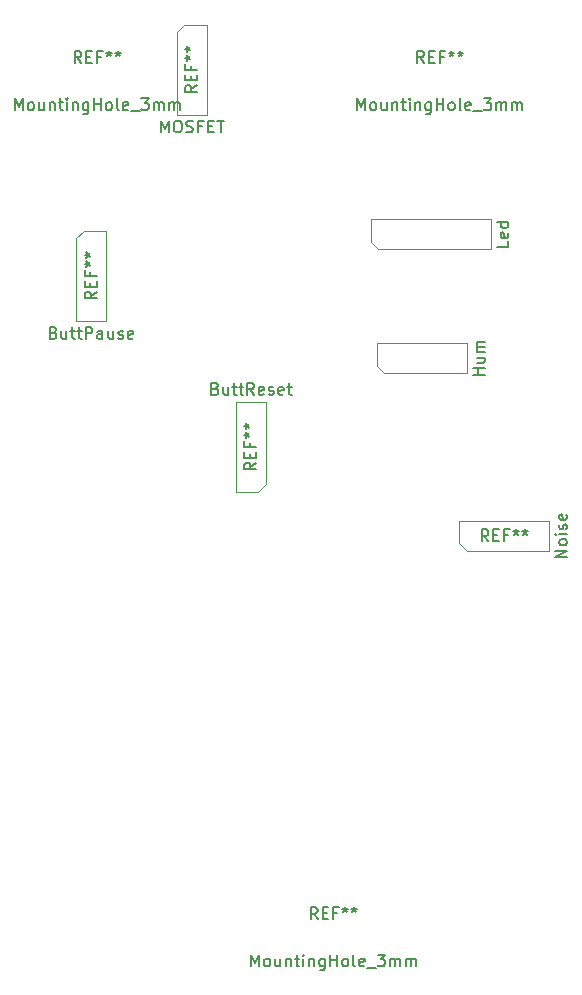
<source format=gbr>
%TF.GenerationSoftware,KiCad,Pcbnew,8.0.3*%
%TF.CreationDate,2025-02-27T15:05:35+03:00*%
%TF.ProjectId,scheme,73636865-6d65-42e6-9b69-6361645f7063,rev?*%
%TF.SameCoordinates,Original*%
%TF.FileFunction,AssemblyDrawing,Top*%
%FSLAX46Y46*%
G04 Gerber Fmt 4.6, Leading zero omitted, Abs format (unit mm)*
G04 Created by KiCad (PCBNEW 8.0.3) date 2025-02-27 15:05:35*
%MOMM*%
%LPD*%
G01*
G04 APERTURE LIST*
%ADD10C,0.150000*%
%ADD11C,0.100000*%
G04 APERTURE END LIST*
D10*
X76523809Y-32954819D02*
X76523809Y-31954819D01*
X76523809Y-31954819D02*
X76857142Y-32669104D01*
X76857142Y-32669104D02*
X77190475Y-31954819D01*
X77190475Y-31954819D02*
X77190475Y-32954819D01*
X77809523Y-32954819D02*
X77714285Y-32907200D01*
X77714285Y-32907200D02*
X77666666Y-32859580D01*
X77666666Y-32859580D02*
X77619047Y-32764342D01*
X77619047Y-32764342D02*
X77619047Y-32478628D01*
X77619047Y-32478628D02*
X77666666Y-32383390D01*
X77666666Y-32383390D02*
X77714285Y-32335771D01*
X77714285Y-32335771D02*
X77809523Y-32288152D01*
X77809523Y-32288152D02*
X77952380Y-32288152D01*
X77952380Y-32288152D02*
X78047618Y-32335771D01*
X78047618Y-32335771D02*
X78095237Y-32383390D01*
X78095237Y-32383390D02*
X78142856Y-32478628D01*
X78142856Y-32478628D02*
X78142856Y-32764342D01*
X78142856Y-32764342D02*
X78095237Y-32859580D01*
X78095237Y-32859580D02*
X78047618Y-32907200D01*
X78047618Y-32907200D02*
X77952380Y-32954819D01*
X77952380Y-32954819D02*
X77809523Y-32954819D01*
X78999999Y-32288152D02*
X78999999Y-32954819D01*
X78571428Y-32288152D02*
X78571428Y-32811961D01*
X78571428Y-32811961D02*
X78619047Y-32907200D01*
X78619047Y-32907200D02*
X78714285Y-32954819D01*
X78714285Y-32954819D02*
X78857142Y-32954819D01*
X78857142Y-32954819D02*
X78952380Y-32907200D01*
X78952380Y-32907200D02*
X78999999Y-32859580D01*
X79476190Y-32288152D02*
X79476190Y-32954819D01*
X79476190Y-32383390D02*
X79523809Y-32335771D01*
X79523809Y-32335771D02*
X79619047Y-32288152D01*
X79619047Y-32288152D02*
X79761904Y-32288152D01*
X79761904Y-32288152D02*
X79857142Y-32335771D01*
X79857142Y-32335771D02*
X79904761Y-32431009D01*
X79904761Y-32431009D02*
X79904761Y-32954819D01*
X80238095Y-32288152D02*
X80619047Y-32288152D01*
X80380952Y-31954819D02*
X80380952Y-32811961D01*
X80380952Y-32811961D02*
X80428571Y-32907200D01*
X80428571Y-32907200D02*
X80523809Y-32954819D01*
X80523809Y-32954819D02*
X80619047Y-32954819D01*
X80952381Y-32954819D02*
X80952381Y-32288152D01*
X80952381Y-31954819D02*
X80904762Y-32002438D01*
X80904762Y-32002438D02*
X80952381Y-32050057D01*
X80952381Y-32050057D02*
X81000000Y-32002438D01*
X81000000Y-32002438D02*
X80952381Y-31954819D01*
X80952381Y-31954819D02*
X80952381Y-32050057D01*
X81428571Y-32288152D02*
X81428571Y-32954819D01*
X81428571Y-32383390D02*
X81476190Y-32335771D01*
X81476190Y-32335771D02*
X81571428Y-32288152D01*
X81571428Y-32288152D02*
X81714285Y-32288152D01*
X81714285Y-32288152D02*
X81809523Y-32335771D01*
X81809523Y-32335771D02*
X81857142Y-32431009D01*
X81857142Y-32431009D02*
X81857142Y-32954819D01*
X82761904Y-32288152D02*
X82761904Y-33097676D01*
X82761904Y-33097676D02*
X82714285Y-33192914D01*
X82714285Y-33192914D02*
X82666666Y-33240533D01*
X82666666Y-33240533D02*
X82571428Y-33288152D01*
X82571428Y-33288152D02*
X82428571Y-33288152D01*
X82428571Y-33288152D02*
X82333333Y-33240533D01*
X82761904Y-32907200D02*
X82666666Y-32954819D01*
X82666666Y-32954819D02*
X82476190Y-32954819D01*
X82476190Y-32954819D02*
X82380952Y-32907200D01*
X82380952Y-32907200D02*
X82333333Y-32859580D01*
X82333333Y-32859580D02*
X82285714Y-32764342D01*
X82285714Y-32764342D02*
X82285714Y-32478628D01*
X82285714Y-32478628D02*
X82333333Y-32383390D01*
X82333333Y-32383390D02*
X82380952Y-32335771D01*
X82380952Y-32335771D02*
X82476190Y-32288152D01*
X82476190Y-32288152D02*
X82666666Y-32288152D01*
X82666666Y-32288152D02*
X82761904Y-32335771D01*
X83238095Y-32954819D02*
X83238095Y-31954819D01*
X83238095Y-32431009D02*
X83809523Y-32431009D01*
X83809523Y-32954819D02*
X83809523Y-31954819D01*
X84428571Y-32954819D02*
X84333333Y-32907200D01*
X84333333Y-32907200D02*
X84285714Y-32859580D01*
X84285714Y-32859580D02*
X84238095Y-32764342D01*
X84238095Y-32764342D02*
X84238095Y-32478628D01*
X84238095Y-32478628D02*
X84285714Y-32383390D01*
X84285714Y-32383390D02*
X84333333Y-32335771D01*
X84333333Y-32335771D02*
X84428571Y-32288152D01*
X84428571Y-32288152D02*
X84571428Y-32288152D01*
X84571428Y-32288152D02*
X84666666Y-32335771D01*
X84666666Y-32335771D02*
X84714285Y-32383390D01*
X84714285Y-32383390D02*
X84761904Y-32478628D01*
X84761904Y-32478628D02*
X84761904Y-32764342D01*
X84761904Y-32764342D02*
X84714285Y-32859580D01*
X84714285Y-32859580D02*
X84666666Y-32907200D01*
X84666666Y-32907200D02*
X84571428Y-32954819D01*
X84571428Y-32954819D02*
X84428571Y-32954819D01*
X85333333Y-32954819D02*
X85238095Y-32907200D01*
X85238095Y-32907200D02*
X85190476Y-32811961D01*
X85190476Y-32811961D02*
X85190476Y-31954819D01*
X86095238Y-32907200D02*
X86000000Y-32954819D01*
X86000000Y-32954819D02*
X85809524Y-32954819D01*
X85809524Y-32954819D02*
X85714286Y-32907200D01*
X85714286Y-32907200D02*
X85666667Y-32811961D01*
X85666667Y-32811961D02*
X85666667Y-32431009D01*
X85666667Y-32431009D02*
X85714286Y-32335771D01*
X85714286Y-32335771D02*
X85809524Y-32288152D01*
X85809524Y-32288152D02*
X86000000Y-32288152D01*
X86000000Y-32288152D02*
X86095238Y-32335771D01*
X86095238Y-32335771D02*
X86142857Y-32431009D01*
X86142857Y-32431009D02*
X86142857Y-32526247D01*
X86142857Y-32526247D02*
X85666667Y-32621485D01*
X86333334Y-33050057D02*
X87095238Y-33050057D01*
X87238096Y-31954819D02*
X87857143Y-31954819D01*
X87857143Y-31954819D02*
X87523810Y-32335771D01*
X87523810Y-32335771D02*
X87666667Y-32335771D01*
X87666667Y-32335771D02*
X87761905Y-32383390D01*
X87761905Y-32383390D02*
X87809524Y-32431009D01*
X87809524Y-32431009D02*
X87857143Y-32526247D01*
X87857143Y-32526247D02*
X87857143Y-32764342D01*
X87857143Y-32764342D02*
X87809524Y-32859580D01*
X87809524Y-32859580D02*
X87761905Y-32907200D01*
X87761905Y-32907200D02*
X87666667Y-32954819D01*
X87666667Y-32954819D02*
X87380953Y-32954819D01*
X87380953Y-32954819D02*
X87285715Y-32907200D01*
X87285715Y-32907200D02*
X87238096Y-32859580D01*
X88285715Y-32954819D02*
X88285715Y-32288152D01*
X88285715Y-32383390D02*
X88333334Y-32335771D01*
X88333334Y-32335771D02*
X88428572Y-32288152D01*
X88428572Y-32288152D02*
X88571429Y-32288152D01*
X88571429Y-32288152D02*
X88666667Y-32335771D01*
X88666667Y-32335771D02*
X88714286Y-32431009D01*
X88714286Y-32431009D02*
X88714286Y-32954819D01*
X88714286Y-32431009D02*
X88761905Y-32335771D01*
X88761905Y-32335771D02*
X88857143Y-32288152D01*
X88857143Y-32288152D02*
X89000000Y-32288152D01*
X89000000Y-32288152D02*
X89095239Y-32335771D01*
X89095239Y-32335771D02*
X89142858Y-32431009D01*
X89142858Y-32431009D02*
X89142858Y-32954819D01*
X89619048Y-32954819D02*
X89619048Y-32288152D01*
X89619048Y-32383390D02*
X89666667Y-32335771D01*
X89666667Y-32335771D02*
X89761905Y-32288152D01*
X89761905Y-32288152D02*
X89904762Y-32288152D01*
X89904762Y-32288152D02*
X90000000Y-32335771D01*
X90000000Y-32335771D02*
X90047619Y-32431009D01*
X90047619Y-32431009D02*
X90047619Y-32954819D01*
X90047619Y-32431009D02*
X90095238Y-32335771D01*
X90095238Y-32335771D02*
X90190476Y-32288152D01*
X90190476Y-32288152D02*
X90333333Y-32288152D01*
X90333333Y-32288152D02*
X90428572Y-32335771D01*
X90428572Y-32335771D02*
X90476191Y-32431009D01*
X90476191Y-32431009D02*
X90476191Y-32954819D01*
X82166666Y-28954819D02*
X81833333Y-28478628D01*
X81595238Y-28954819D02*
X81595238Y-27954819D01*
X81595238Y-27954819D02*
X81976190Y-27954819D01*
X81976190Y-27954819D02*
X82071428Y-28002438D01*
X82071428Y-28002438D02*
X82119047Y-28050057D01*
X82119047Y-28050057D02*
X82166666Y-28145295D01*
X82166666Y-28145295D02*
X82166666Y-28288152D01*
X82166666Y-28288152D02*
X82119047Y-28383390D01*
X82119047Y-28383390D02*
X82071428Y-28431009D01*
X82071428Y-28431009D02*
X81976190Y-28478628D01*
X81976190Y-28478628D02*
X81595238Y-28478628D01*
X82595238Y-28431009D02*
X82928571Y-28431009D01*
X83071428Y-28954819D02*
X82595238Y-28954819D01*
X82595238Y-28954819D02*
X82595238Y-27954819D01*
X82595238Y-27954819D02*
X83071428Y-27954819D01*
X83833333Y-28431009D02*
X83500000Y-28431009D01*
X83500000Y-28954819D02*
X83500000Y-27954819D01*
X83500000Y-27954819D02*
X83976190Y-27954819D01*
X84500000Y-27954819D02*
X84500000Y-28192914D01*
X84261905Y-28097676D02*
X84500000Y-28192914D01*
X84500000Y-28192914D02*
X84738095Y-28097676D01*
X84357143Y-28383390D02*
X84500000Y-28192914D01*
X84500000Y-28192914D02*
X84642857Y-28383390D01*
X85261905Y-27954819D02*
X85261905Y-28192914D01*
X85023810Y-28097676D02*
X85261905Y-28192914D01*
X85261905Y-28192914D02*
X85500000Y-28097676D01*
X85119048Y-28383390D02*
X85261905Y-28192914D01*
X85261905Y-28192914D02*
X85404762Y-28383390D01*
X47523809Y-32954819D02*
X47523809Y-31954819D01*
X47523809Y-31954819D02*
X47857142Y-32669104D01*
X47857142Y-32669104D02*
X48190475Y-31954819D01*
X48190475Y-31954819D02*
X48190475Y-32954819D01*
X48809523Y-32954819D02*
X48714285Y-32907200D01*
X48714285Y-32907200D02*
X48666666Y-32859580D01*
X48666666Y-32859580D02*
X48619047Y-32764342D01*
X48619047Y-32764342D02*
X48619047Y-32478628D01*
X48619047Y-32478628D02*
X48666666Y-32383390D01*
X48666666Y-32383390D02*
X48714285Y-32335771D01*
X48714285Y-32335771D02*
X48809523Y-32288152D01*
X48809523Y-32288152D02*
X48952380Y-32288152D01*
X48952380Y-32288152D02*
X49047618Y-32335771D01*
X49047618Y-32335771D02*
X49095237Y-32383390D01*
X49095237Y-32383390D02*
X49142856Y-32478628D01*
X49142856Y-32478628D02*
X49142856Y-32764342D01*
X49142856Y-32764342D02*
X49095237Y-32859580D01*
X49095237Y-32859580D02*
X49047618Y-32907200D01*
X49047618Y-32907200D02*
X48952380Y-32954819D01*
X48952380Y-32954819D02*
X48809523Y-32954819D01*
X49999999Y-32288152D02*
X49999999Y-32954819D01*
X49571428Y-32288152D02*
X49571428Y-32811961D01*
X49571428Y-32811961D02*
X49619047Y-32907200D01*
X49619047Y-32907200D02*
X49714285Y-32954819D01*
X49714285Y-32954819D02*
X49857142Y-32954819D01*
X49857142Y-32954819D02*
X49952380Y-32907200D01*
X49952380Y-32907200D02*
X49999999Y-32859580D01*
X50476190Y-32288152D02*
X50476190Y-32954819D01*
X50476190Y-32383390D02*
X50523809Y-32335771D01*
X50523809Y-32335771D02*
X50619047Y-32288152D01*
X50619047Y-32288152D02*
X50761904Y-32288152D01*
X50761904Y-32288152D02*
X50857142Y-32335771D01*
X50857142Y-32335771D02*
X50904761Y-32431009D01*
X50904761Y-32431009D02*
X50904761Y-32954819D01*
X51238095Y-32288152D02*
X51619047Y-32288152D01*
X51380952Y-31954819D02*
X51380952Y-32811961D01*
X51380952Y-32811961D02*
X51428571Y-32907200D01*
X51428571Y-32907200D02*
X51523809Y-32954819D01*
X51523809Y-32954819D02*
X51619047Y-32954819D01*
X51952381Y-32954819D02*
X51952381Y-32288152D01*
X51952381Y-31954819D02*
X51904762Y-32002438D01*
X51904762Y-32002438D02*
X51952381Y-32050057D01*
X51952381Y-32050057D02*
X52000000Y-32002438D01*
X52000000Y-32002438D02*
X51952381Y-31954819D01*
X51952381Y-31954819D02*
X51952381Y-32050057D01*
X52428571Y-32288152D02*
X52428571Y-32954819D01*
X52428571Y-32383390D02*
X52476190Y-32335771D01*
X52476190Y-32335771D02*
X52571428Y-32288152D01*
X52571428Y-32288152D02*
X52714285Y-32288152D01*
X52714285Y-32288152D02*
X52809523Y-32335771D01*
X52809523Y-32335771D02*
X52857142Y-32431009D01*
X52857142Y-32431009D02*
X52857142Y-32954819D01*
X53761904Y-32288152D02*
X53761904Y-33097676D01*
X53761904Y-33097676D02*
X53714285Y-33192914D01*
X53714285Y-33192914D02*
X53666666Y-33240533D01*
X53666666Y-33240533D02*
X53571428Y-33288152D01*
X53571428Y-33288152D02*
X53428571Y-33288152D01*
X53428571Y-33288152D02*
X53333333Y-33240533D01*
X53761904Y-32907200D02*
X53666666Y-32954819D01*
X53666666Y-32954819D02*
X53476190Y-32954819D01*
X53476190Y-32954819D02*
X53380952Y-32907200D01*
X53380952Y-32907200D02*
X53333333Y-32859580D01*
X53333333Y-32859580D02*
X53285714Y-32764342D01*
X53285714Y-32764342D02*
X53285714Y-32478628D01*
X53285714Y-32478628D02*
X53333333Y-32383390D01*
X53333333Y-32383390D02*
X53380952Y-32335771D01*
X53380952Y-32335771D02*
X53476190Y-32288152D01*
X53476190Y-32288152D02*
X53666666Y-32288152D01*
X53666666Y-32288152D02*
X53761904Y-32335771D01*
X54238095Y-32954819D02*
X54238095Y-31954819D01*
X54238095Y-32431009D02*
X54809523Y-32431009D01*
X54809523Y-32954819D02*
X54809523Y-31954819D01*
X55428571Y-32954819D02*
X55333333Y-32907200D01*
X55333333Y-32907200D02*
X55285714Y-32859580D01*
X55285714Y-32859580D02*
X55238095Y-32764342D01*
X55238095Y-32764342D02*
X55238095Y-32478628D01*
X55238095Y-32478628D02*
X55285714Y-32383390D01*
X55285714Y-32383390D02*
X55333333Y-32335771D01*
X55333333Y-32335771D02*
X55428571Y-32288152D01*
X55428571Y-32288152D02*
X55571428Y-32288152D01*
X55571428Y-32288152D02*
X55666666Y-32335771D01*
X55666666Y-32335771D02*
X55714285Y-32383390D01*
X55714285Y-32383390D02*
X55761904Y-32478628D01*
X55761904Y-32478628D02*
X55761904Y-32764342D01*
X55761904Y-32764342D02*
X55714285Y-32859580D01*
X55714285Y-32859580D02*
X55666666Y-32907200D01*
X55666666Y-32907200D02*
X55571428Y-32954819D01*
X55571428Y-32954819D02*
X55428571Y-32954819D01*
X56333333Y-32954819D02*
X56238095Y-32907200D01*
X56238095Y-32907200D02*
X56190476Y-32811961D01*
X56190476Y-32811961D02*
X56190476Y-31954819D01*
X57095238Y-32907200D02*
X57000000Y-32954819D01*
X57000000Y-32954819D02*
X56809524Y-32954819D01*
X56809524Y-32954819D02*
X56714286Y-32907200D01*
X56714286Y-32907200D02*
X56666667Y-32811961D01*
X56666667Y-32811961D02*
X56666667Y-32431009D01*
X56666667Y-32431009D02*
X56714286Y-32335771D01*
X56714286Y-32335771D02*
X56809524Y-32288152D01*
X56809524Y-32288152D02*
X57000000Y-32288152D01*
X57000000Y-32288152D02*
X57095238Y-32335771D01*
X57095238Y-32335771D02*
X57142857Y-32431009D01*
X57142857Y-32431009D02*
X57142857Y-32526247D01*
X57142857Y-32526247D02*
X56666667Y-32621485D01*
X57333334Y-33050057D02*
X58095238Y-33050057D01*
X58238096Y-31954819D02*
X58857143Y-31954819D01*
X58857143Y-31954819D02*
X58523810Y-32335771D01*
X58523810Y-32335771D02*
X58666667Y-32335771D01*
X58666667Y-32335771D02*
X58761905Y-32383390D01*
X58761905Y-32383390D02*
X58809524Y-32431009D01*
X58809524Y-32431009D02*
X58857143Y-32526247D01*
X58857143Y-32526247D02*
X58857143Y-32764342D01*
X58857143Y-32764342D02*
X58809524Y-32859580D01*
X58809524Y-32859580D02*
X58761905Y-32907200D01*
X58761905Y-32907200D02*
X58666667Y-32954819D01*
X58666667Y-32954819D02*
X58380953Y-32954819D01*
X58380953Y-32954819D02*
X58285715Y-32907200D01*
X58285715Y-32907200D02*
X58238096Y-32859580D01*
X59285715Y-32954819D02*
X59285715Y-32288152D01*
X59285715Y-32383390D02*
X59333334Y-32335771D01*
X59333334Y-32335771D02*
X59428572Y-32288152D01*
X59428572Y-32288152D02*
X59571429Y-32288152D01*
X59571429Y-32288152D02*
X59666667Y-32335771D01*
X59666667Y-32335771D02*
X59714286Y-32431009D01*
X59714286Y-32431009D02*
X59714286Y-32954819D01*
X59714286Y-32431009D02*
X59761905Y-32335771D01*
X59761905Y-32335771D02*
X59857143Y-32288152D01*
X59857143Y-32288152D02*
X60000000Y-32288152D01*
X60000000Y-32288152D02*
X60095239Y-32335771D01*
X60095239Y-32335771D02*
X60142858Y-32431009D01*
X60142858Y-32431009D02*
X60142858Y-32954819D01*
X60619048Y-32954819D02*
X60619048Y-32288152D01*
X60619048Y-32383390D02*
X60666667Y-32335771D01*
X60666667Y-32335771D02*
X60761905Y-32288152D01*
X60761905Y-32288152D02*
X60904762Y-32288152D01*
X60904762Y-32288152D02*
X61000000Y-32335771D01*
X61000000Y-32335771D02*
X61047619Y-32431009D01*
X61047619Y-32431009D02*
X61047619Y-32954819D01*
X61047619Y-32431009D02*
X61095238Y-32335771D01*
X61095238Y-32335771D02*
X61190476Y-32288152D01*
X61190476Y-32288152D02*
X61333333Y-32288152D01*
X61333333Y-32288152D02*
X61428572Y-32335771D01*
X61428572Y-32335771D02*
X61476191Y-32431009D01*
X61476191Y-32431009D02*
X61476191Y-32954819D01*
X53166666Y-28954819D02*
X52833333Y-28478628D01*
X52595238Y-28954819D02*
X52595238Y-27954819D01*
X52595238Y-27954819D02*
X52976190Y-27954819D01*
X52976190Y-27954819D02*
X53071428Y-28002438D01*
X53071428Y-28002438D02*
X53119047Y-28050057D01*
X53119047Y-28050057D02*
X53166666Y-28145295D01*
X53166666Y-28145295D02*
X53166666Y-28288152D01*
X53166666Y-28288152D02*
X53119047Y-28383390D01*
X53119047Y-28383390D02*
X53071428Y-28431009D01*
X53071428Y-28431009D02*
X52976190Y-28478628D01*
X52976190Y-28478628D02*
X52595238Y-28478628D01*
X53595238Y-28431009D02*
X53928571Y-28431009D01*
X54071428Y-28954819D02*
X53595238Y-28954819D01*
X53595238Y-28954819D02*
X53595238Y-27954819D01*
X53595238Y-27954819D02*
X54071428Y-27954819D01*
X54833333Y-28431009D02*
X54500000Y-28431009D01*
X54500000Y-28954819D02*
X54500000Y-27954819D01*
X54500000Y-27954819D02*
X54976190Y-27954819D01*
X55500000Y-27954819D02*
X55500000Y-28192914D01*
X55261905Y-28097676D02*
X55500000Y-28192914D01*
X55500000Y-28192914D02*
X55738095Y-28097676D01*
X55357143Y-28383390D02*
X55500000Y-28192914D01*
X55500000Y-28192914D02*
X55642857Y-28383390D01*
X56261905Y-27954819D02*
X56261905Y-28192914D01*
X56023810Y-28097676D02*
X56261905Y-28192914D01*
X56261905Y-28192914D02*
X56500000Y-28097676D01*
X56119048Y-28383390D02*
X56261905Y-28192914D01*
X56261905Y-28192914D02*
X56404762Y-28383390D01*
X67523809Y-105454819D02*
X67523809Y-104454819D01*
X67523809Y-104454819D02*
X67857142Y-105169104D01*
X67857142Y-105169104D02*
X68190475Y-104454819D01*
X68190475Y-104454819D02*
X68190475Y-105454819D01*
X68809523Y-105454819D02*
X68714285Y-105407200D01*
X68714285Y-105407200D02*
X68666666Y-105359580D01*
X68666666Y-105359580D02*
X68619047Y-105264342D01*
X68619047Y-105264342D02*
X68619047Y-104978628D01*
X68619047Y-104978628D02*
X68666666Y-104883390D01*
X68666666Y-104883390D02*
X68714285Y-104835771D01*
X68714285Y-104835771D02*
X68809523Y-104788152D01*
X68809523Y-104788152D02*
X68952380Y-104788152D01*
X68952380Y-104788152D02*
X69047618Y-104835771D01*
X69047618Y-104835771D02*
X69095237Y-104883390D01*
X69095237Y-104883390D02*
X69142856Y-104978628D01*
X69142856Y-104978628D02*
X69142856Y-105264342D01*
X69142856Y-105264342D02*
X69095237Y-105359580D01*
X69095237Y-105359580D02*
X69047618Y-105407200D01*
X69047618Y-105407200D02*
X68952380Y-105454819D01*
X68952380Y-105454819D02*
X68809523Y-105454819D01*
X69999999Y-104788152D02*
X69999999Y-105454819D01*
X69571428Y-104788152D02*
X69571428Y-105311961D01*
X69571428Y-105311961D02*
X69619047Y-105407200D01*
X69619047Y-105407200D02*
X69714285Y-105454819D01*
X69714285Y-105454819D02*
X69857142Y-105454819D01*
X69857142Y-105454819D02*
X69952380Y-105407200D01*
X69952380Y-105407200D02*
X69999999Y-105359580D01*
X70476190Y-104788152D02*
X70476190Y-105454819D01*
X70476190Y-104883390D02*
X70523809Y-104835771D01*
X70523809Y-104835771D02*
X70619047Y-104788152D01*
X70619047Y-104788152D02*
X70761904Y-104788152D01*
X70761904Y-104788152D02*
X70857142Y-104835771D01*
X70857142Y-104835771D02*
X70904761Y-104931009D01*
X70904761Y-104931009D02*
X70904761Y-105454819D01*
X71238095Y-104788152D02*
X71619047Y-104788152D01*
X71380952Y-104454819D02*
X71380952Y-105311961D01*
X71380952Y-105311961D02*
X71428571Y-105407200D01*
X71428571Y-105407200D02*
X71523809Y-105454819D01*
X71523809Y-105454819D02*
X71619047Y-105454819D01*
X71952381Y-105454819D02*
X71952381Y-104788152D01*
X71952381Y-104454819D02*
X71904762Y-104502438D01*
X71904762Y-104502438D02*
X71952381Y-104550057D01*
X71952381Y-104550057D02*
X72000000Y-104502438D01*
X72000000Y-104502438D02*
X71952381Y-104454819D01*
X71952381Y-104454819D02*
X71952381Y-104550057D01*
X72428571Y-104788152D02*
X72428571Y-105454819D01*
X72428571Y-104883390D02*
X72476190Y-104835771D01*
X72476190Y-104835771D02*
X72571428Y-104788152D01*
X72571428Y-104788152D02*
X72714285Y-104788152D01*
X72714285Y-104788152D02*
X72809523Y-104835771D01*
X72809523Y-104835771D02*
X72857142Y-104931009D01*
X72857142Y-104931009D02*
X72857142Y-105454819D01*
X73761904Y-104788152D02*
X73761904Y-105597676D01*
X73761904Y-105597676D02*
X73714285Y-105692914D01*
X73714285Y-105692914D02*
X73666666Y-105740533D01*
X73666666Y-105740533D02*
X73571428Y-105788152D01*
X73571428Y-105788152D02*
X73428571Y-105788152D01*
X73428571Y-105788152D02*
X73333333Y-105740533D01*
X73761904Y-105407200D02*
X73666666Y-105454819D01*
X73666666Y-105454819D02*
X73476190Y-105454819D01*
X73476190Y-105454819D02*
X73380952Y-105407200D01*
X73380952Y-105407200D02*
X73333333Y-105359580D01*
X73333333Y-105359580D02*
X73285714Y-105264342D01*
X73285714Y-105264342D02*
X73285714Y-104978628D01*
X73285714Y-104978628D02*
X73333333Y-104883390D01*
X73333333Y-104883390D02*
X73380952Y-104835771D01*
X73380952Y-104835771D02*
X73476190Y-104788152D01*
X73476190Y-104788152D02*
X73666666Y-104788152D01*
X73666666Y-104788152D02*
X73761904Y-104835771D01*
X74238095Y-105454819D02*
X74238095Y-104454819D01*
X74238095Y-104931009D02*
X74809523Y-104931009D01*
X74809523Y-105454819D02*
X74809523Y-104454819D01*
X75428571Y-105454819D02*
X75333333Y-105407200D01*
X75333333Y-105407200D02*
X75285714Y-105359580D01*
X75285714Y-105359580D02*
X75238095Y-105264342D01*
X75238095Y-105264342D02*
X75238095Y-104978628D01*
X75238095Y-104978628D02*
X75285714Y-104883390D01*
X75285714Y-104883390D02*
X75333333Y-104835771D01*
X75333333Y-104835771D02*
X75428571Y-104788152D01*
X75428571Y-104788152D02*
X75571428Y-104788152D01*
X75571428Y-104788152D02*
X75666666Y-104835771D01*
X75666666Y-104835771D02*
X75714285Y-104883390D01*
X75714285Y-104883390D02*
X75761904Y-104978628D01*
X75761904Y-104978628D02*
X75761904Y-105264342D01*
X75761904Y-105264342D02*
X75714285Y-105359580D01*
X75714285Y-105359580D02*
X75666666Y-105407200D01*
X75666666Y-105407200D02*
X75571428Y-105454819D01*
X75571428Y-105454819D02*
X75428571Y-105454819D01*
X76333333Y-105454819D02*
X76238095Y-105407200D01*
X76238095Y-105407200D02*
X76190476Y-105311961D01*
X76190476Y-105311961D02*
X76190476Y-104454819D01*
X77095238Y-105407200D02*
X77000000Y-105454819D01*
X77000000Y-105454819D02*
X76809524Y-105454819D01*
X76809524Y-105454819D02*
X76714286Y-105407200D01*
X76714286Y-105407200D02*
X76666667Y-105311961D01*
X76666667Y-105311961D02*
X76666667Y-104931009D01*
X76666667Y-104931009D02*
X76714286Y-104835771D01*
X76714286Y-104835771D02*
X76809524Y-104788152D01*
X76809524Y-104788152D02*
X77000000Y-104788152D01*
X77000000Y-104788152D02*
X77095238Y-104835771D01*
X77095238Y-104835771D02*
X77142857Y-104931009D01*
X77142857Y-104931009D02*
X77142857Y-105026247D01*
X77142857Y-105026247D02*
X76666667Y-105121485D01*
X77333334Y-105550057D02*
X78095238Y-105550057D01*
X78238096Y-104454819D02*
X78857143Y-104454819D01*
X78857143Y-104454819D02*
X78523810Y-104835771D01*
X78523810Y-104835771D02*
X78666667Y-104835771D01*
X78666667Y-104835771D02*
X78761905Y-104883390D01*
X78761905Y-104883390D02*
X78809524Y-104931009D01*
X78809524Y-104931009D02*
X78857143Y-105026247D01*
X78857143Y-105026247D02*
X78857143Y-105264342D01*
X78857143Y-105264342D02*
X78809524Y-105359580D01*
X78809524Y-105359580D02*
X78761905Y-105407200D01*
X78761905Y-105407200D02*
X78666667Y-105454819D01*
X78666667Y-105454819D02*
X78380953Y-105454819D01*
X78380953Y-105454819D02*
X78285715Y-105407200D01*
X78285715Y-105407200D02*
X78238096Y-105359580D01*
X79285715Y-105454819D02*
X79285715Y-104788152D01*
X79285715Y-104883390D02*
X79333334Y-104835771D01*
X79333334Y-104835771D02*
X79428572Y-104788152D01*
X79428572Y-104788152D02*
X79571429Y-104788152D01*
X79571429Y-104788152D02*
X79666667Y-104835771D01*
X79666667Y-104835771D02*
X79714286Y-104931009D01*
X79714286Y-104931009D02*
X79714286Y-105454819D01*
X79714286Y-104931009D02*
X79761905Y-104835771D01*
X79761905Y-104835771D02*
X79857143Y-104788152D01*
X79857143Y-104788152D02*
X80000000Y-104788152D01*
X80000000Y-104788152D02*
X80095239Y-104835771D01*
X80095239Y-104835771D02*
X80142858Y-104931009D01*
X80142858Y-104931009D02*
X80142858Y-105454819D01*
X80619048Y-105454819D02*
X80619048Y-104788152D01*
X80619048Y-104883390D02*
X80666667Y-104835771D01*
X80666667Y-104835771D02*
X80761905Y-104788152D01*
X80761905Y-104788152D02*
X80904762Y-104788152D01*
X80904762Y-104788152D02*
X81000000Y-104835771D01*
X81000000Y-104835771D02*
X81047619Y-104931009D01*
X81047619Y-104931009D02*
X81047619Y-105454819D01*
X81047619Y-104931009D02*
X81095238Y-104835771D01*
X81095238Y-104835771D02*
X81190476Y-104788152D01*
X81190476Y-104788152D02*
X81333333Y-104788152D01*
X81333333Y-104788152D02*
X81428572Y-104835771D01*
X81428572Y-104835771D02*
X81476191Y-104931009D01*
X81476191Y-104931009D02*
X81476191Y-105454819D01*
X73166666Y-101454819D02*
X72833333Y-100978628D01*
X72595238Y-101454819D02*
X72595238Y-100454819D01*
X72595238Y-100454819D02*
X72976190Y-100454819D01*
X72976190Y-100454819D02*
X73071428Y-100502438D01*
X73071428Y-100502438D02*
X73119047Y-100550057D01*
X73119047Y-100550057D02*
X73166666Y-100645295D01*
X73166666Y-100645295D02*
X73166666Y-100788152D01*
X73166666Y-100788152D02*
X73119047Y-100883390D01*
X73119047Y-100883390D02*
X73071428Y-100931009D01*
X73071428Y-100931009D02*
X72976190Y-100978628D01*
X72976190Y-100978628D02*
X72595238Y-100978628D01*
X73595238Y-100931009D02*
X73928571Y-100931009D01*
X74071428Y-101454819D02*
X73595238Y-101454819D01*
X73595238Y-101454819D02*
X73595238Y-100454819D01*
X73595238Y-100454819D02*
X74071428Y-100454819D01*
X74833333Y-100931009D02*
X74500000Y-100931009D01*
X74500000Y-101454819D02*
X74500000Y-100454819D01*
X74500000Y-100454819D02*
X74976190Y-100454819D01*
X75500000Y-100454819D02*
X75500000Y-100692914D01*
X75261905Y-100597676D02*
X75500000Y-100692914D01*
X75500000Y-100692914D02*
X75738095Y-100597676D01*
X75357143Y-100883390D02*
X75500000Y-100692914D01*
X75500000Y-100692914D02*
X75642857Y-100883390D01*
X76261905Y-100454819D02*
X76261905Y-100692914D01*
X76023810Y-100597676D02*
X76261905Y-100692914D01*
X76261905Y-100692914D02*
X76500000Y-100597676D01*
X76119048Y-100883390D02*
X76261905Y-100692914D01*
X76261905Y-100692914D02*
X76404762Y-100883390D01*
X59904762Y-34839819D02*
X59904762Y-33839819D01*
X59904762Y-33839819D02*
X60238095Y-34554104D01*
X60238095Y-34554104D02*
X60571428Y-33839819D01*
X60571428Y-33839819D02*
X60571428Y-34839819D01*
X61238095Y-33839819D02*
X61428571Y-33839819D01*
X61428571Y-33839819D02*
X61523809Y-33887438D01*
X61523809Y-33887438D02*
X61619047Y-33982676D01*
X61619047Y-33982676D02*
X61666666Y-34173152D01*
X61666666Y-34173152D02*
X61666666Y-34506485D01*
X61666666Y-34506485D02*
X61619047Y-34696961D01*
X61619047Y-34696961D02*
X61523809Y-34792200D01*
X61523809Y-34792200D02*
X61428571Y-34839819D01*
X61428571Y-34839819D02*
X61238095Y-34839819D01*
X61238095Y-34839819D02*
X61142857Y-34792200D01*
X61142857Y-34792200D02*
X61047619Y-34696961D01*
X61047619Y-34696961D02*
X61000000Y-34506485D01*
X61000000Y-34506485D02*
X61000000Y-34173152D01*
X61000000Y-34173152D02*
X61047619Y-33982676D01*
X61047619Y-33982676D02*
X61142857Y-33887438D01*
X61142857Y-33887438D02*
X61238095Y-33839819D01*
X62047619Y-34792200D02*
X62190476Y-34839819D01*
X62190476Y-34839819D02*
X62428571Y-34839819D01*
X62428571Y-34839819D02*
X62523809Y-34792200D01*
X62523809Y-34792200D02*
X62571428Y-34744580D01*
X62571428Y-34744580D02*
X62619047Y-34649342D01*
X62619047Y-34649342D02*
X62619047Y-34554104D01*
X62619047Y-34554104D02*
X62571428Y-34458866D01*
X62571428Y-34458866D02*
X62523809Y-34411247D01*
X62523809Y-34411247D02*
X62428571Y-34363628D01*
X62428571Y-34363628D02*
X62238095Y-34316009D01*
X62238095Y-34316009D02*
X62142857Y-34268390D01*
X62142857Y-34268390D02*
X62095238Y-34220771D01*
X62095238Y-34220771D02*
X62047619Y-34125533D01*
X62047619Y-34125533D02*
X62047619Y-34030295D01*
X62047619Y-34030295D02*
X62095238Y-33935057D01*
X62095238Y-33935057D02*
X62142857Y-33887438D01*
X62142857Y-33887438D02*
X62238095Y-33839819D01*
X62238095Y-33839819D02*
X62476190Y-33839819D01*
X62476190Y-33839819D02*
X62619047Y-33887438D01*
X63380952Y-34316009D02*
X63047619Y-34316009D01*
X63047619Y-34839819D02*
X63047619Y-33839819D01*
X63047619Y-33839819D02*
X63523809Y-33839819D01*
X63904762Y-34316009D02*
X64238095Y-34316009D01*
X64380952Y-34839819D02*
X63904762Y-34839819D01*
X63904762Y-34839819D02*
X63904762Y-33839819D01*
X63904762Y-33839819D02*
X64380952Y-33839819D01*
X64666667Y-33839819D02*
X65238095Y-33839819D01*
X64952381Y-34839819D02*
X64952381Y-33839819D01*
X62954819Y-30848333D02*
X62478628Y-31181666D01*
X62954819Y-31419761D02*
X61954819Y-31419761D01*
X61954819Y-31419761D02*
X61954819Y-31038809D01*
X61954819Y-31038809D02*
X62002438Y-30943571D01*
X62002438Y-30943571D02*
X62050057Y-30895952D01*
X62050057Y-30895952D02*
X62145295Y-30848333D01*
X62145295Y-30848333D02*
X62288152Y-30848333D01*
X62288152Y-30848333D02*
X62383390Y-30895952D01*
X62383390Y-30895952D02*
X62431009Y-30943571D01*
X62431009Y-30943571D02*
X62478628Y-31038809D01*
X62478628Y-31038809D02*
X62478628Y-31419761D01*
X62431009Y-30419761D02*
X62431009Y-30086428D01*
X62954819Y-29943571D02*
X62954819Y-30419761D01*
X62954819Y-30419761D02*
X61954819Y-30419761D01*
X61954819Y-30419761D02*
X61954819Y-29943571D01*
X62431009Y-29181666D02*
X62431009Y-29514999D01*
X62954819Y-29514999D02*
X61954819Y-29514999D01*
X61954819Y-29514999D02*
X61954819Y-29038809D01*
X61954819Y-28514999D02*
X62192914Y-28514999D01*
X62097676Y-28753094D02*
X62192914Y-28514999D01*
X62192914Y-28514999D02*
X62097676Y-28276904D01*
X62383390Y-28657856D02*
X62192914Y-28514999D01*
X62192914Y-28514999D02*
X62383390Y-28372142D01*
X61954819Y-27753094D02*
X62192914Y-27753094D01*
X62097676Y-27991189D02*
X62192914Y-27753094D01*
X62192914Y-27753094D02*
X62097676Y-27514999D01*
X62383390Y-27895951D02*
X62192914Y-27753094D01*
X62192914Y-27753094D02*
X62383390Y-27610237D01*
X89324819Y-44046428D02*
X89324819Y-44522618D01*
X89324819Y-44522618D02*
X88324819Y-44522618D01*
X89277200Y-43332142D02*
X89324819Y-43427380D01*
X89324819Y-43427380D02*
X89324819Y-43617856D01*
X89324819Y-43617856D02*
X89277200Y-43713094D01*
X89277200Y-43713094D02*
X89181961Y-43760713D01*
X89181961Y-43760713D02*
X88801009Y-43760713D01*
X88801009Y-43760713D02*
X88705771Y-43713094D01*
X88705771Y-43713094D02*
X88658152Y-43617856D01*
X88658152Y-43617856D02*
X88658152Y-43427380D01*
X88658152Y-43427380D02*
X88705771Y-43332142D01*
X88705771Y-43332142D02*
X88801009Y-43284523D01*
X88801009Y-43284523D02*
X88896247Y-43284523D01*
X88896247Y-43284523D02*
X88991485Y-43760713D01*
X89324819Y-42427380D02*
X88324819Y-42427380D01*
X89277200Y-42427380D02*
X89324819Y-42522618D01*
X89324819Y-42522618D02*
X89324819Y-42713094D01*
X89324819Y-42713094D02*
X89277200Y-42808332D01*
X89277200Y-42808332D02*
X89229580Y-42855951D01*
X89229580Y-42855951D02*
X89134342Y-42903570D01*
X89134342Y-42903570D02*
X88848628Y-42903570D01*
X88848628Y-42903570D02*
X88753390Y-42855951D01*
X88753390Y-42855951D02*
X88705771Y-42808332D01*
X88705771Y-42808332D02*
X88658152Y-42713094D01*
X88658152Y-42713094D02*
X88658152Y-42522618D01*
X88658152Y-42522618D02*
X88705771Y-42427380D01*
X94284819Y-70809523D02*
X93284819Y-70809523D01*
X93284819Y-70809523D02*
X94284819Y-70238095D01*
X94284819Y-70238095D02*
X93284819Y-70238095D01*
X94284819Y-69619047D02*
X94237200Y-69714285D01*
X94237200Y-69714285D02*
X94189580Y-69761904D01*
X94189580Y-69761904D02*
X94094342Y-69809523D01*
X94094342Y-69809523D02*
X93808628Y-69809523D01*
X93808628Y-69809523D02*
X93713390Y-69761904D01*
X93713390Y-69761904D02*
X93665771Y-69714285D01*
X93665771Y-69714285D02*
X93618152Y-69619047D01*
X93618152Y-69619047D02*
X93618152Y-69476190D01*
X93618152Y-69476190D02*
X93665771Y-69380952D01*
X93665771Y-69380952D02*
X93713390Y-69333333D01*
X93713390Y-69333333D02*
X93808628Y-69285714D01*
X93808628Y-69285714D02*
X94094342Y-69285714D01*
X94094342Y-69285714D02*
X94189580Y-69333333D01*
X94189580Y-69333333D02*
X94237200Y-69380952D01*
X94237200Y-69380952D02*
X94284819Y-69476190D01*
X94284819Y-69476190D02*
X94284819Y-69619047D01*
X94284819Y-68857142D02*
X93618152Y-68857142D01*
X93284819Y-68857142D02*
X93332438Y-68904761D01*
X93332438Y-68904761D02*
X93380057Y-68857142D01*
X93380057Y-68857142D02*
X93332438Y-68809523D01*
X93332438Y-68809523D02*
X93284819Y-68857142D01*
X93284819Y-68857142D02*
X93380057Y-68857142D01*
X94237200Y-68428571D02*
X94284819Y-68333333D01*
X94284819Y-68333333D02*
X94284819Y-68142857D01*
X94284819Y-68142857D02*
X94237200Y-68047619D01*
X94237200Y-68047619D02*
X94141961Y-68000000D01*
X94141961Y-68000000D02*
X94094342Y-68000000D01*
X94094342Y-68000000D02*
X93999104Y-68047619D01*
X93999104Y-68047619D02*
X93951485Y-68142857D01*
X93951485Y-68142857D02*
X93951485Y-68285714D01*
X93951485Y-68285714D02*
X93903866Y-68380952D01*
X93903866Y-68380952D02*
X93808628Y-68428571D01*
X93808628Y-68428571D02*
X93761009Y-68428571D01*
X93761009Y-68428571D02*
X93665771Y-68380952D01*
X93665771Y-68380952D02*
X93618152Y-68285714D01*
X93618152Y-68285714D02*
X93618152Y-68142857D01*
X93618152Y-68142857D02*
X93665771Y-68047619D01*
X94237200Y-67190476D02*
X94284819Y-67285714D01*
X94284819Y-67285714D02*
X94284819Y-67476190D01*
X94284819Y-67476190D02*
X94237200Y-67571428D01*
X94237200Y-67571428D02*
X94141961Y-67619047D01*
X94141961Y-67619047D02*
X93761009Y-67619047D01*
X93761009Y-67619047D02*
X93665771Y-67571428D01*
X93665771Y-67571428D02*
X93618152Y-67476190D01*
X93618152Y-67476190D02*
X93618152Y-67285714D01*
X93618152Y-67285714D02*
X93665771Y-67190476D01*
X93665771Y-67190476D02*
X93761009Y-67142857D01*
X93761009Y-67142857D02*
X93856247Y-67142857D01*
X93856247Y-67142857D02*
X93951485Y-67619047D01*
X87626666Y-69454819D02*
X87293333Y-68978628D01*
X87055238Y-69454819D02*
X87055238Y-68454819D01*
X87055238Y-68454819D02*
X87436190Y-68454819D01*
X87436190Y-68454819D02*
X87531428Y-68502438D01*
X87531428Y-68502438D02*
X87579047Y-68550057D01*
X87579047Y-68550057D02*
X87626666Y-68645295D01*
X87626666Y-68645295D02*
X87626666Y-68788152D01*
X87626666Y-68788152D02*
X87579047Y-68883390D01*
X87579047Y-68883390D02*
X87531428Y-68931009D01*
X87531428Y-68931009D02*
X87436190Y-68978628D01*
X87436190Y-68978628D02*
X87055238Y-68978628D01*
X88055238Y-68931009D02*
X88388571Y-68931009D01*
X88531428Y-69454819D02*
X88055238Y-69454819D01*
X88055238Y-69454819D02*
X88055238Y-68454819D01*
X88055238Y-68454819D02*
X88531428Y-68454819D01*
X89293333Y-68931009D02*
X88960000Y-68931009D01*
X88960000Y-69454819D02*
X88960000Y-68454819D01*
X88960000Y-68454819D02*
X89436190Y-68454819D01*
X89960000Y-68454819D02*
X89960000Y-68692914D01*
X89721905Y-68597676D02*
X89960000Y-68692914D01*
X89960000Y-68692914D02*
X90198095Y-68597676D01*
X89817143Y-68883390D02*
X89960000Y-68692914D01*
X89960000Y-68692914D02*
X90102857Y-68883390D01*
X90721905Y-68454819D02*
X90721905Y-68692914D01*
X90483810Y-68597676D02*
X90721905Y-68692914D01*
X90721905Y-68692914D02*
X90960000Y-68597676D01*
X90579048Y-68883390D02*
X90721905Y-68692914D01*
X90721905Y-68692914D02*
X90864762Y-68883390D01*
X50809523Y-51791009D02*
X50952380Y-51838628D01*
X50952380Y-51838628D02*
X50999999Y-51886247D01*
X50999999Y-51886247D02*
X51047618Y-51981485D01*
X51047618Y-51981485D02*
X51047618Y-52124342D01*
X51047618Y-52124342D02*
X50999999Y-52219580D01*
X50999999Y-52219580D02*
X50952380Y-52267200D01*
X50952380Y-52267200D02*
X50857142Y-52314819D01*
X50857142Y-52314819D02*
X50476190Y-52314819D01*
X50476190Y-52314819D02*
X50476190Y-51314819D01*
X50476190Y-51314819D02*
X50809523Y-51314819D01*
X50809523Y-51314819D02*
X50904761Y-51362438D01*
X50904761Y-51362438D02*
X50952380Y-51410057D01*
X50952380Y-51410057D02*
X50999999Y-51505295D01*
X50999999Y-51505295D02*
X50999999Y-51600533D01*
X50999999Y-51600533D02*
X50952380Y-51695771D01*
X50952380Y-51695771D02*
X50904761Y-51743390D01*
X50904761Y-51743390D02*
X50809523Y-51791009D01*
X50809523Y-51791009D02*
X50476190Y-51791009D01*
X51904761Y-51648152D02*
X51904761Y-52314819D01*
X51476190Y-51648152D02*
X51476190Y-52171961D01*
X51476190Y-52171961D02*
X51523809Y-52267200D01*
X51523809Y-52267200D02*
X51619047Y-52314819D01*
X51619047Y-52314819D02*
X51761904Y-52314819D01*
X51761904Y-52314819D02*
X51857142Y-52267200D01*
X51857142Y-52267200D02*
X51904761Y-52219580D01*
X52238095Y-51648152D02*
X52619047Y-51648152D01*
X52380952Y-51314819D02*
X52380952Y-52171961D01*
X52380952Y-52171961D02*
X52428571Y-52267200D01*
X52428571Y-52267200D02*
X52523809Y-52314819D01*
X52523809Y-52314819D02*
X52619047Y-52314819D01*
X52809524Y-51648152D02*
X53190476Y-51648152D01*
X52952381Y-51314819D02*
X52952381Y-52171961D01*
X52952381Y-52171961D02*
X53000000Y-52267200D01*
X53000000Y-52267200D02*
X53095238Y-52314819D01*
X53095238Y-52314819D02*
X53190476Y-52314819D01*
X53523810Y-52314819D02*
X53523810Y-51314819D01*
X53523810Y-51314819D02*
X53904762Y-51314819D01*
X53904762Y-51314819D02*
X54000000Y-51362438D01*
X54000000Y-51362438D02*
X54047619Y-51410057D01*
X54047619Y-51410057D02*
X54095238Y-51505295D01*
X54095238Y-51505295D02*
X54095238Y-51648152D01*
X54095238Y-51648152D02*
X54047619Y-51743390D01*
X54047619Y-51743390D02*
X54000000Y-51791009D01*
X54000000Y-51791009D02*
X53904762Y-51838628D01*
X53904762Y-51838628D02*
X53523810Y-51838628D01*
X54952381Y-52314819D02*
X54952381Y-51791009D01*
X54952381Y-51791009D02*
X54904762Y-51695771D01*
X54904762Y-51695771D02*
X54809524Y-51648152D01*
X54809524Y-51648152D02*
X54619048Y-51648152D01*
X54619048Y-51648152D02*
X54523810Y-51695771D01*
X54952381Y-52267200D02*
X54857143Y-52314819D01*
X54857143Y-52314819D02*
X54619048Y-52314819D01*
X54619048Y-52314819D02*
X54523810Y-52267200D01*
X54523810Y-52267200D02*
X54476191Y-52171961D01*
X54476191Y-52171961D02*
X54476191Y-52076723D01*
X54476191Y-52076723D02*
X54523810Y-51981485D01*
X54523810Y-51981485D02*
X54619048Y-51933866D01*
X54619048Y-51933866D02*
X54857143Y-51933866D01*
X54857143Y-51933866D02*
X54952381Y-51886247D01*
X55857143Y-51648152D02*
X55857143Y-52314819D01*
X55428572Y-51648152D02*
X55428572Y-52171961D01*
X55428572Y-52171961D02*
X55476191Y-52267200D01*
X55476191Y-52267200D02*
X55571429Y-52314819D01*
X55571429Y-52314819D02*
X55714286Y-52314819D01*
X55714286Y-52314819D02*
X55809524Y-52267200D01*
X55809524Y-52267200D02*
X55857143Y-52219580D01*
X56285715Y-52267200D02*
X56380953Y-52314819D01*
X56380953Y-52314819D02*
X56571429Y-52314819D01*
X56571429Y-52314819D02*
X56666667Y-52267200D01*
X56666667Y-52267200D02*
X56714286Y-52171961D01*
X56714286Y-52171961D02*
X56714286Y-52124342D01*
X56714286Y-52124342D02*
X56666667Y-52029104D01*
X56666667Y-52029104D02*
X56571429Y-51981485D01*
X56571429Y-51981485D02*
X56428572Y-51981485D01*
X56428572Y-51981485D02*
X56333334Y-51933866D01*
X56333334Y-51933866D02*
X56285715Y-51838628D01*
X56285715Y-51838628D02*
X56285715Y-51791009D01*
X56285715Y-51791009D02*
X56333334Y-51695771D01*
X56333334Y-51695771D02*
X56428572Y-51648152D01*
X56428572Y-51648152D02*
X56571429Y-51648152D01*
X56571429Y-51648152D02*
X56666667Y-51695771D01*
X57523810Y-52267200D02*
X57428572Y-52314819D01*
X57428572Y-52314819D02*
X57238096Y-52314819D01*
X57238096Y-52314819D02*
X57142858Y-52267200D01*
X57142858Y-52267200D02*
X57095239Y-52171961D01*
X57095239Y-52171961D02*
X57095239Y-51791009D01*
X57095239Y-51791009D02*
X57142858Y-51695771D01*
X57142858Y-51695771D02*
X57238096Y-51648152D01*
X57238096Y-51648152D02*
X57428572Y-51648152D01*
X57428572Y-51648152D02*
X57523810Y-51695771D01*
X57523810Y-51695771D02*
X57571429Y-51791009D01*
X57571429Y-51791009D02*
X57571429Y-51886247D01*
X57571429Y-51886247D02*
X57095239Y-51981485D01*
X54454819Y-48323333D02*
X53978628Y-48656666D01*
X54454819Y-48894761D02*
X53454819Y-48894761D01*
X53454819Y-48894761D02*
X53454819Y-48513809D01*
X53454819Y-48513809D02*
X53502438Y-48418571D01*
X53502438Y-48418571D02*
X53550057Y-48370952D01*
X53550057Y-48370952D02*
X53645295Y-48323333D01*
X53645295Y-48323333D02*
X53788152Y-48323333D01*
X53788152Y-48323333D02*
X53883390Y-48370952D01*
X53883390Y-48370952D02*
X53931009Y-48418571D01*
X53931009Y-48418571D02*
X53978628Y-48513809D01*
X53978628Y-48513809D02*
X53978628Y-48894761D01*
X53931009Y-47894761D02*
X53931009Y-47561428D01*
X54454819Y-47418571D02*
X54454819Y-47894761D01*
X54454819Y-47894761D02*
X53454819Y-47894761D01*
X53454819Y-47894761D02*
X53454819Y-47418571D01*
X53931009Y-46656666D02*
X53931009Y-46989999D01*
X54454819Y-46989999D02*
X53454819Y-46989999D01*
X53454819Y-46989999D02*
X53454819Y-46513809D01*
X53454819Y-45989999D02*
X53692914Y-45989999D01*
X53597676Y-46228094D02*
X53692914Y-45989999D01*
X53692914Y-45989999D02*
X53597676Y-45751904D01*
X53883390Y-46132856D02*
X53692914Y-45989999D01*
X53692914Y-45989999D02*
X53883390Y-45847142D01*
X53454819Y-45228094D02*
X53692914Y-45228094D01*
X53597676Y-45466189D02*
X53692914Y-45228094D01*
X53692914Y-45228094D02*
X53597676Y-44989999D01*
X53883390Y-45370951D02*
X53692914Y-45228094D01*
X53692914Y-45228094D02*
X53883390Y-45085237D01*
X87299819Y-55379761D02*
X86299819Y-55379761D01*
X86776009Y-55379761D02*
X86776009Y-54808333D01*
X87299819Y-54808333D02*
X86299819Y-54808333D01*
X86633152Y-53903571D02*
X87299819Y-53903571D01*
X86633152Y-54332142D02*
X87156961Y-54332142D01*
X87156961Y-54332142D02*
X87252200Y-54284523D01*
X87252200Y-54284523D02*
X87299819Y-54189285D01*
X87299819Y-54189285D02*
X87299819Y-54046428D01*
X87299819Y-54046428D02*
X87252200Y-53951190D01*
X87252200Y-53951190D02*
X87204580Y-53903571D01*
X87299819Y-53427380D02*
X86633152Y-53427380D01*
X86728390Y-53427380D02*
X86680771Y-53379761D01*
X86680771Y-53379761D02*
X86633152Y-53284523D01*
X86633152Y-53284523D02*
X86633152Y-53141666D01*
X86633152Y-53141666D02*
X86680771Y-53046428D01*
X86680771Y-53046428D02*
X86776009Y-52998809D01*
X86776009Y-52998809D02*
X87299819Y-52998809D01*
X86776009Y-52998809D02*
X86680771Y-52951190D01*
X86680771Y-52951190D02*
X86633152Y-52855952D01*
X86633152Y-52855952D02*
X86633152Y-52713095D01*
X86633152Y-52713095D02*
X86680771Y-52617856D01*
X86680771Y-52617856D02*
X86776009Y-52570237D01*
X86776009Y-52570237D02*
X87299819Y-52570237D01*
X64499999Y-56521009D02*
X64642856Y-56568628D01*
X64642856Y-56568628D02*
X64690475Y-56616247D01*
X64690475Y-56616247D02*
X64738094Y-56711485D01*
X64738094Y-56711485D02*
X64738094Y-56854342D01*
X64738094Y-56854342D02*
X64690475Y-56949580D01*
X64690475Y-56949580D02*
X64642856Y-56997200D01*
X64642856Y-56997200D02*
X64547618Y-57044819D01*
X64547618Y-57044819D02*
X64166666Y-57044819D01*
X64166666Y-57044819D02*
X64166666Y-56044819D01*
X64166666Y-56044819D02*
X64499999Y-56044819D01*
X64499999Y-56044819D02*
X64595237Y-56092438D01*
X64595237Y-56092438D02*
X64642856Y-56140057D01*
X64642856Y-56140057D02*
X64690475Y-56235295D01*
X64690475Y-56235295D02*
X64690475Y-56330533D01*
X64690475Y-56330533D02*
X64642856Y-56425771D01*
X64642856Y-56425771D02*
X64595237Y-56473390D01*
X64595237Y-56473390D02*
X64499999Y-56521009D01*
X64499999Y-56521009D02*
X64166666Y-56521009D01*
X65595237Y-56378152D02*
X65595237Y-57044819D01*
X65166666Y-56378152D02*
X65166666Y-56901961D01*
X65166666Y-56901961D02*
X65214285Y-56997200D01*
X65214285Y-56997200D02*
X65309523Y-57044819D01*
X65309523Y-57044819D02*
X65452380Y-57044819D01*
X65452380Y-57044819D02*
X65547618Y-56997200D01*
X65547618Y-56997200D02*
X65595237Y-56949580D01*
X65928571Y-56378152D02*
X66309523Y-56378152D01*
X66071428Y-56044819D02*
X66071428Y-56901961D01*
X66071428Y-56901961D02*
X66119047Y-56997200D01*
X66119047Y-56997200D02*
X66214285Y-57044819D01*
X66214285Y-57044819D02*
X66309523Y-57044819D01*
X66500000Y-56378152D02*
X66880952Y-56378152D01*
X66642857Y-56044819D02*
X66642857Y-56901961D01*
X66642857Y-56901961D02*
X66690476Y-56997200D01*
X66690476Y-56997200D02*
X66785714Y-57044819D01*
X66785714Y-57044819D02*
X66880952Y-57044819D01*
X67785714Y-57044819D02*
X67452381Y-56568628D01*
X67214286Y-57044819D02*
X67214286Y-56044819D01*
X67214286Y-56044819D02*
X67595238Y-56044819D01*
X67595238Y-56044819D02*
X67690476Y-56092438D01*
X67690476Y-56092438D02*
X67738095Y-56140057D01*
X67738095Y-56140057D02*
X67785714Y-56235295D01*
X67785714Y-56235295D02*
X67785714Y-56378152D01*
X67785714Y-56378152D02*
X67738095Y-56473390D01*
X67738095Y-56473390D02*
X67690476Y-56521009D01*
X67690476Y-56521009D02*
X67595238Y-56568628D01*
X67595238Y-56568628D02*
X67214286Y-56568628D01*
X68595238Y-56997200D02*
X68500000Y-57044819D01*
X68500000Y-57044819D02*
X68309524Y-57044819D01*
X68309524Y-57044819D02*
X68214286Y-56997200D01*
X68214286Y-56997200D02*
X68166667Y-56901961D01*
X68166667Y-56901961D02*
X68166667Y-56521009D01*
X68166667Y-56521009D02*
X68214286Y-56425771D01*
X68214286Y-56425771D02*
X68309524Y-56378152D01*
X68309524Y-56378152D02*
X68500000Y-56378152D01*
X68500000Y-56378152D02*
X68595238Y-56425771D01*
X68595238Y-56425771D02*
X68642857Y-56521009D01*
X68642857Y-56521009D02*
X68642857Y-56616247D01*
X68642857Y-56616247D02*
X68166667Y-56711485D01*
X69023810Y-56997200D02*
X69119048Y-57044819D01*
X69119048Y-57044819D02*
X69309524Y-57044819D01*
X69309524Y-57044819D02*
X69404762Y-56997200D01*
X69404762Y-56997200D02*
X69452381Y-56901961D01*
X69452381Y-56901961D02*
X69452381Y-56854342D01*
X69452381Y-56854342D02*
X69404762Y-56759104D01*
X69404762Y-56759104D02*
X69309524Y-56711485D01*
X69309524Y-56711485D02*
X69166667Y-56711485D01*
X69166667Y-56711485D02*
X69071429Y-56663866D01*
X69071429Y-56663866D02*
X69023810Y-56568628D01*
X69023810Y-56568628D02*
X69023810Y-56521009D01*
X69023810Y-56521009D02*
X69071429Y-56425771D01*
X69071429Y-56425771D02*
X69166667Y-56378152D01*
X69166667Y-56378152D02*
X69309524Y-56378152D01*
X69309524Y-56378152D02*
X69404762Y-56425771D01*
X70261905Y-56997200D02*
X70166667Y-57044819D01*
X70166667Y-57044819D02*
X69976191Y-57044819D01*
X69976191Y-57044819D02*
X69880953Y-56997200D01*
X69880953Y-56997200D02*
X69833334Y-56901961D01*
X69833334Y-56901961D02*
X69833334Y-56521009D01*
X69833334Y-56521009D02*
X69880953Y-56425771D01*
X69880953Y-56425771D02*
X69976191Y-56378152D01*
X69976191Y-56378152D02*
X70166667Y-56378152D01*
X70166667Y-56378152D02*
X70261905Y-56425771D01*
X70261905Y-56425771D02*
X70309524Y-56521009D01*
X70309524Y-56521009D02*
X70309524Y-56616247D01*
X70309524Y-56616247D02*
X69833334Y-56711485D01*
X70595239Y-56378152D02*
X70976191Y-56378152D01*
X70738096Y-56044819D02*
X70738096Y-56901961D01*
X70738096Y-56901961D02*
X70785715Y-56997200D01*
X70785715Y-56997200D02*
X70880953Y-57044819D01*
X70880953Y-57044819D02*
X70976191Y-57044819D01*
X67954819Y-62793333D02*
X67478628Y-63126666D01*
X67954819Y-63364761D02*
X66954819Y-63364761D01*
X66954819Y-63364761D02*
X66954819Y-62983809D01*
X66954819Y-62983809D02*
X67002438Y-62888571D01*
X67002438Y-62888571D02*
X67050057Y-62840952D01*
X67050057Y-62840952D02*
X67145295Y-62793333D01*
X67145295Y-62793333D02*
X67288152Y-62793333D01*
X67288152Y-62793333D02*
X67383390Y-62840952D01*
X67383390Y-62840952D02*
X67431009Y-62888571D01*
X67431009Y-62888571D02*
X67478628Y-62983809D01*
X67478628Y-62983809D02*
X67478628Y-63364761D01*
X67431009Y-62364761D02*
X67431009Y-62031428D01*
X67954819Y-61888571D02*
X67954819Y-62364761D01*
X67954819Y-62364761D02*
X66954819Y-62364761D01*
X66954819Y-62364761D02*
X66954819Y-61888571D01*
X67431009Y-61126666D02*
X67431009Y-61459999D01*
X67954819Y-61459999D02*
X66954819Y-61459999D01*
X66954819Y-61459999D02*
X66954819Y-60983809D01*
X66954819Y-60459999D02*
X67192914Y-60459999D01*
X67097676Y-60698094D02*
X67192914Y-60459999D01*
X67192914Y-60459999D02*
X67097676Y-60221904D01*
X67383390Y-60602856D02*
X67192914Y-60459999D01*
X67192914Y-60459999D02*
X67383390Y-60317142D01*
X66954819Y-59698094D02*
X67192914Y-59698094D01*
X67097676Y-59936189D02*
X67192914Y-59698094D01*
X67192914Y-59698094D02*
X67097676Y-59459999D01*
X67383390Y-59840951D02*
X67192914Y-59698094D01*
X67192914Y-59698094D02*
X67383390Y-59555237D01*
D11*
%TO.C,REF\u002A\u002A*%
X61230000Y-26340000D02*
X61865000Y-25705000D01*
X61230000Y-33325000D02*
X61230000Y-26340000D01*
X61865000Y-25705000D02*
X63770000Y-25705000D01*
X63770000Y-25705000D02*
X63770000Y-33325000D01*
X63770000Y-33325000D02*
X61230000Y-33325000D01*
X77650000Y-42205000D02*
X87810000Y-42205000D01*
X77650000Y-44110000D02*
X77650000Y-42205000D01*
X78285000Y-44745000D02*
X77650000Y-44110000D01*
X87810000Y-42205000D02*
X87810000Y-44745000D01*
X87810000Y-44745000D02*
X78285000Y-44745000D01*
X85150000Y-67730000D02*
X92770000Y-67730000D01*
X85150000Y-69635000D02*
X85150000Y-67730000D01*
X85785000Y-70270000D02*
X85150000Y-69635000D01*
X92770000Y-67730000D02*
X92770000Y-70270000D01*
X92770000Y-70270000D02*
X85785000Y-70270000D01*
X52730000Y-43815000D02*
X53365000Y-43180000D01*
X52730000Y-50800000D02*
X52730000Y-43815000D01*
X53365000Y-43180000D02*
X55270000Y-43180000D01*
X55270000Y-43180000D02*
X55270000Y-50800000D01*
X55270000Y-50800000D02*
X52730000Y-50800000D01*
X78165000Y-52705000D02*
X85785000Y-52705000D01*
X78165000Y-54610000D02*
X78165000Y-52705000D01*
X78800000Y-55245000D02*
X78165000Y-54610000D01*
X85785000Y-52705000D02*
X85785000Y-55245000D01*
X85785000Y-55245000D02*
X78800000Y-55245000D01*
X66230000Y-57650000D02*
X68770000Y-57650000D01*
X66230000Y-65270000D02*
X66230000Y-57650000D01*
X68135000Y-65270000D02*
X66230000Y-65270000D01*
X68770000Y-57650000D02*
X68770000Y-64635000D01*
X68770000Y-64635000D02*
X68135000Y-65270000D01*
%TD*%
M02*

</source>
